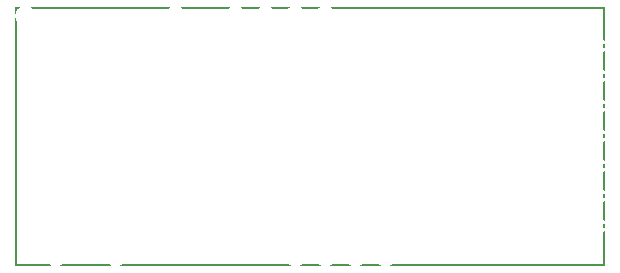
<source format=gbo>
G04 MADE WITH FRITZING*
G04 WWW.FRITZING.ORG*
G04 DOUBLE SIDED*
G04 HOLES PLATED*
G04 CONTOUR ON CENTER OF CONTOUR VECTOR*
%ASAXBY*%
%FSLAX23Y23*%
%MOIN*%
%OFA0B0*%
%SFA1.0B1.0*%
%ADD10R,0.001000X0.001000*%
%LNSILK0*%
G90*
G70*
G54D10*
X0Y866D02*
X21Y866D01*
X50Y866D02*
X521Y866D01*
X550Y866D02*
X721Y866D01*
X750Y866D02*
X821Y866D01*
X850Y866D02*
X921Y866D01*
X950Y866D02*
X1021Y866D01*
X1050Y866D02*
X1967Y866D01*
X0Y865D02*
X19Y865D01*
X52Y865D02*
X519Y865D01*
X552Y865D02*
X719Y865D01*
X752Y865D02*
X819Y865D01*
X852Y865D02*
X919Y865D01*
X952Y865D02*
X1019Y865D01*
X1052Y865D02*
X1967Y865D01*
X0Y864D02*
X17Y864D01*
X54Y864D02*
X517Y864D01*
X554Y864D02*
X717Y864D01*
X754Y864D02*
X817Y864D01*
X854Y864D02*
X917Y864D01*
X954Y864D02*
X1017Y864D01*
X1054Y864D02*
X1967Y864D01*
X0Y863D02*
X16Y863D01*
X55Y863D02*
X515Y863D01*
X555Y863D02*
X715Y863D01*
X755Y863D02*
X815Y863D01*
X855Y863D02*
X915Y863D01*
X955Y863D02*
X1015Y863D01*
X1055Y863D02*
X1967Y863D01*
X0Y862D02*
X14Y862D01*
X57Y862D02*
X514Y862D01*
X557Y862D02*
X714Y862D01*
X757Y862D02*
X814Y862D01*
X857Y862D02*
X914Y862D01*
X957Y862D02*
X1014Y862D01*
X1057Y862D02*
X1967Y862D01*
X0Y861D02*
X13Y861D01*
X58Y861D02*
X513Y861D01*
X558Y861D02*
X713Y861D01*
X758Y861D02*
X813Y861D01*
X858Y861D02*
X913Y861D01*
X958Y861D02*
X1013Y861D01*
X1058Y861D02*
X1967Y861D01*
X0Y860D02*
X12Y860D01*
X59Y860D02*
X512Y860D01*
X559Y860D02*
X712Y860D01*
X759Y860D02*
X812Y860D01*
X859Y860D02*
X911Y860D01*
X959Y860D02*
X1011Y860D01*
X1059Y860D02*
X1967Y860D01*
X0Y859D02*
X11Y859D01*
X60Y859D02*
X510Y859D01*
X560Y859D02*
X710Y859D01*
X760Y859D02*
X810Y859D01*
X860Y859D02*
X910Y859D01*
X960Y859D02*
X1010Y859D01*
X1060Y859D02*
X1967Y859D01*
X0Y858D02*
X7Y858D01*
X1960Y858D02*
X1967Y858D01*
X0Y857D02*
X7Y857D01*
X1960Y857D02*
X1967Y857D01*
X0Y856D02*
X7Y856D01*
X1960Y856D02*
X1967Y856D01*
X0Y855D02*
X7Y855D01*
X1960Y855D02*
X1967Y855D01*
X0Y854D02*
X7Y854D01*
X1960Y854D02*
X1967Y854D01*
X0Y853D02*
X6Y853D01*
X1960Y853D02*
X1967Y853D01*
X0Y852D02*
X5Y852D01*
X1960Y852D02*
X1967Y852D01*
X0Y851D02*
X5Y851D01*
X1960Y851D02*
X1967Y851D01*
X0Y850D02*
X4Y850D01*
X1960Y850D02*
X1967Y850D01*
X0Y849D02*
X4Y849D01*
X1960Y849D02*
X1967Y849D01*
X0Y848D02*
X3Y848D01*
X1960Y848D02*
X1967Y848D01*
X0Y847D02*
X3Y847D01*
X1960Y847D02*
X1967Y847D01*
X0Y846D02*
X3Y846D01*
X1960Y846D02*
X1967Y846D01*
X0Y845D02*
X2Y845D01*
X1960Y845D02*
X1967Y845D01*
X0Y844D02*
X2Y844D01*
X1960Y844D02*
X1967Y844D01*
X0Y843D02*
X2Y843D01*
X1960Y843D02*
X1967Y843D01*
X0Y842D02*
X1Y842D01*
X1960Y842D02*
X1967Y842D01*
X0Y841D02*
X1Y841D01*
X1960Y841D02*
X1967Y841D01*
X0Y840D02*
X1Y840D01*
X1960Y840D02*
X1967Y840D01*
X0Y839D02*
X1Y839D01*
X1960Y839D02*
X1967Y839D01*
X0Y838D02*
X1Y838D01*
X1960Y838D02*
X1967Y838D01*
X0Y837D02*
X1Y837D01*
X1960Y837D02*
X1967Y837D01*
X0Y836D02*
X1Y836D01*
X1960Y836D02*
X1967Y836D01*
X0Y835D02*
X1Y835D01*
X1960Y835D02*
X1967Y835D01*
X0Y834D02*
X1Y834D01*
X1960Y834D02*
X1967Y834D01*
X0Y833D02*
X1Y833D01*
X1960Y833D02*
X1967Y833D01*
X0Y832D02*
X1Y832D01*
X1960Y832D02*
X1967Y832D01*
X0Y831D02*
X1Y831D01*
X1960Y831D02*
X1967Y831D01*
X0Y830D02*
X1Y830D01*
X1960Y830D02*
X1967Y830D01*
X0Y829D02*
X1Y829D01*
X1960Y829D02*
X1967Y829D01*
X0Y828D02*
X1Y828D01*
X1960Y828D02*
X1967Y828D01*
X0Y827D02*
X2Y827D01*
X1960Y827D02*
X1967Y827D01*
X0Y826D02*
X2Y826D01*
X1960Y826D02*
X1967Y826D01*
X0Y825D02*
X2Y825D01*
X1960Y825D02*
X1967Y825D01*
X0Y824D02*
X2Y824D01*
X1960Y824D02*
X1967Y824D01*
X0Y823D02*
X3Y823D01*
X1960Y823D02*
X1967Y823D01*
X0Y822D02*
X3Y822D01*
X1960Y822D02*
X1967Y822D01*
X0Y821D02*
X4Y821D01*
X1960Y821D02*
X1967Y821D01*
X0Y820D02*
X4Y820D01*
X1960Y820D02*
X1967Y820D01*
X0Y819D02*
X4Y819D01*
X1960Y819D02*
X1967Y819D01*
X0Y818D02*
X5Y818D01*
X1960Y818D02*
X1967Y818D01*
X0Y817D02*
X6Y817D01*
X1960Y817D02*
X1967Y817D01*
X0Y816D02*
X6Y816D01*
X1960Y816D02*
X1967Y816D01*
X0Y815D02*
X7Y815D01*
X1960Y815D02*
X1967Y815D01*
X0Y814D02*
X7Y814D01*
X1960Y814D02*
X1967Y814D01*
X0Y813D02*
X7Y813D01*
X1960Y813D02*
X1967Y813D01*
X0Y812D02*
X7Y812D01*
X1960Y812D02*
X1967Y812D01*
X0Y811D02*
X7Y811D01*
X1960Y811D02*
X1967Y811D01*
X0Y810D02*
X7Y810D01*
X1960Y810D02*
X1967Y810D01*
X0Y809D02*
X7Y809D01*
X1960Y809D02*
X1967Y809D01*
X0Y808D02*
X7Y808D01*
X1960Y808D02*
X1967Y808D01*
X0Y807D02*
X7Y807D01*
X1960Y807D02*
X1967Y807D01*
X0Y806D02*
X7Y806D01*
X1960Y806D02*
X1967Y806D01*
X0Y805D02*
X7Y805D01*
X1960Y805D02*
X1967Y805D01*
X0Y804D02*
X7Y804D01*
X1960Y804D02*
X1967Y804D01*
X0Y803D02*
X7Y803D01*
X1960Y803D02*
X1967Y803D01*
X0Y802D02*
X7Y802D01*
X1960Y802D02*
X1967Y802D01*
X0Y801D02*
X7Y801D01*
X1960Y801D02*
X1967Y801D01*
X0Y800D02*
X7Y800D01*
X1960Y800D02*
X1967Y800D01*
X0Y799D02*
X7Y799D01*
X1960Y799D02*
X1967Y799D01*
X0Y798D02*
X7Y798D01*
X1960Y798D02*
X1967Y798D01*
X0Y797D02*
X7Y797D01*
X1960Y797D02*
X1967Y797D01*
X0Y796D02*
X7Y796D01*
X1960Y796D02*
X1967Y796D01*
X0Y795D02*
X7Y795D01*
X1960Y795D02*
X1967Y795D01*
X0Y794D02*
X7Y794D01*
X1960Y794D02*
X1967Y794D01*
X0Y793D02*
X7Y793D01*
X1960Y793D02*
X1967Y793D01*
X0Y792D02*
X7Y792D01*
X1960Y792D02*
X1967Y792D01*
X0Y791D02*
X7Y791D01*
X1960Y791D02*
X1967Y791D01*
X0Y790D02*
X7Y790D01*
X1960Y790D02*
X1967Y790D01*
X0Y789D02*
X7Y789D01*
X1960Y789D02*
X1967Y789D01*
X0Y788D02*
X7Y788D01*
X1960Y788D02*
X1967Y788D01*
X0Y787D02*
X7Y787D01*
X1960Y787D02*
X1967Y787D01*
X0Y786D02*
X7Y786D01*
X1960Y786D02*
X1967Y786D01*
X0Y785D02*
X7Y785D01*
X1960Y785D02*
X1967Y785D01*
X0Y784D02*
X7Y784D01*
X1960Y784D02*
X1967Y784D01*
X0Y783D02*
X7Y783D01*
X1960Y783D02*
X1967Y783D01*
X0Y782D02*
X7Y782D01*
X1960Y782D02*
X1967Y782D01*
X0Y781D02*
X7Y781D01*
X1960Y781D02*
X1967Y781D01*
X0Y780D02*
X7Y780D01*
X1960Y780D02*
X1967Y780D01*
X0Y779D02*
X7Y779D01*
X1960Y779D02*
X1967Y779D01*
X0Y778D02*
X7Y778D01*
X1960Y778D02*
X1967Y778D01*
X0Y777D02*
X7Y777D01*
X1960Y777D02*
X1967Y777D01*
X0Y776D02*
X7Y776D01*
X1960Y776D02*
X1967Y776D01*
X0Y775D02*
X7Y775D01*
X1960Y775D02*
X1967Y775D01*
X0Y774D02*
X7Y774D01*
X1960Y774D02*
X1967Y774D01*
X0Y773D02*
X7Y773D01*
X1960Y773D02*
X1967Y773D01*
X0Y772D02*
X7Y772D01*
X1960Y772D02*
X1967Y772D01*
X0Y771D02*
X7Y771D01*
X1960Y771D02*
X1967Y771D01*
X0Y770D02*
X7Y770D01*
X1960Y770D02*
X1967Y770D01*
X0Y769D02*
X7Y769D01*
X1960Y769D02*
X1967Y769D01*
X0Y768D02*
X7Y768D01*
X1960Y768D02*
X1967Y768D01*
X0Y767D02*
X7Y767D01*
X1960Y767D02*
X1967Y767D01*
X0Y766D02*
X7Y766D01*
X1960Y766D02*
X1967Y766D01*
X0Y765D02*
X7Y765D01*
X1960Y765D02*
X1967Y765D01*
X0Y764D02*
X7Y764D01*
X1960Y764D02*
X1967Y764D01*
X0Y763D02*
X7Y763D01*
X1960Y763D02*
X1967Y763D01*
X0Y762D02*
X7Y762D01*
X1960Y762D02*
X1967Y762D01*
X0Y761D02*
X7Y761D01*
X1960Y761D02*
X1967Y761D01*
X0Y760D02*
X7Y760D01*
X1960Y760D02*
X1967Y760D01*
X0Y759D02*
X7Y759D01*
X1960Y759D02*
X1967Y759D01*
X0Y758D02*
X7Y758D01*
X1961Y758D02*
X1967Y758D01*
X0Y757D02*
X7Y757D01*
X1962Y757D02*
X1967Y757D01*
X0Y756D02*
X7Y756D01*
X1963Y756D02*
X1967Y756D01*
X0Y755D02*
X7Y755D01*
X1963Y755D02*
X1967Y755D01*
X0Y754D02*
X7Y754D01*
X1964Y754D02*
X1967Y754D01*
X0Y753D02*
X7Y753D01*
X1965Y753D02*
X1967Y753D01*
X0Y752D02*
X7Y752D01*
X1965Y752D02*
X1967Y752D01*
X0Y751D02*
X7Y751D01*
X1966Y751D02*
X1967Y751D01*
X0Y750D02*
X7Y750D01*
X1966Y750D02*
X1967Y750D01*
X0Y749D02*
X7Y749D01*
X1967Y749D02*
X1967Y749D01*
X0Y748D02*
X7Y748D01*
X1967Y748D02*
X1967Y748D01*
X0Y747D02*
X7Y747D01*
X0Y746D02*
X7Y746D01*
X0Y745D02*
X7Y745D01*
X0Y744D02*
X7Y744D01*
X0Y743D02*
X7Y743D01*
X0Y742D02*
X7Y742D01*
X0Y741D02*
X7Y741D01*
X0Y740D02*
X7Y740D01*
X1960Y740D02*
X1967Y740D01*
X0Y739D02*
X7Y739D01*
X1960Y739D02*
X1967Y739D01*
X0Y738D02*
X7Y738D01*
X1960Y738D02*
X1967Y738D01*
X0Y737D02*
X7Y737D01*
X1960Y737D02*
X1967Y737D01*
X0Y736D02*
X7Y736D01*
X1960Y736D02*
X1967Y736D01*
X0Y735D02*
X7Y735D01*
X1960Y735D02*
X1967Y735D01*
X0Y734D02*
X7Y734D01*
X1960Y734D02*
X1967Y734D01*
X0Y733D02*
X7Y733D01*
X1960Y733D02*
X1967Y733D01*
X0Y732D02*
X7Y732D01*
X1960Y732D02*
X1967Y732D01*
X0Y731D02*
X7Y731D01*
X1960Y731D02*
X1967Y731D01*
X0Y730D02*
X7Y730D01*
X1960Y730D02*
X1967Y730D01*
X0Y729D02*
X7Y729D01*
X0Y728D02*
X7Y728D01*
X0Y727D02*
X7Y727D01*
X0Y726D02*
X7Y726D01*
X0Y725D02*
X7Y725D01*
X0Y724D02*
X7Y724D01*
X0Y723D02*
X7Y723D01*
X1967Y723D02*
X1967Y723D01*
X0Y722D02*
X7Y722D01*
X1967Y722D02*
X1967Y722D01*
X0Y721D02*
X7Y721D01*
X1967Y721D02*
X1967Y721D01*
X0Y720D02*
X7Y720D01*
X1966Y720D02*
X1967Y720D01*
X0Y719D02*
X7Y719D01*
X1966Y719D02*
X1967Y719D01*
X0Y718D02*
X7Y718D01*
X1965Y718D02*
X1967Y718D01*
X0Y717D02*
X7Y717D01*
X1964Y717D02*
X1967Y717D01*
X0Y716D02*
X7Y716D01*
X1964Y716D02*
X1967Y716D01*
X0Y715D02*
X7Y715D01*
X1963Y715D02*
X1967Y715D01*
X0Y714D02*
X7Y714D01*
X1962Y714D02*
X1967Y714D01*
X0Y713D02*
X7Y713D01*
X1962Y713D02*
X1967Y713D01*
X0Y712D02*
X7Y712D01*
X1961Y712D02*
X1967Y712D01*
X0Y711D02*
X7Y711D01*
X1960Y711D02*
X1967Y711D01*
X0Y710D02*
X7Y710D01*
X1960Y710D02*
X1967Y710D01*
X0Y709D02*
X7Y709D01*
X1960Y709D02*
X1967Y709D01*
X0Y708D02*
X7Y708D01*
X1960Y708D02*
X1967Y708D01*
X0Y707D02*
X7Y707D01*
X1960Y707D02*
X1967Y707D01*
X0Y706D02*
X7Y706D01*
X1960Y706D02*
X1967Y706D01*
X0Y705D02*
X7Y705D01*
X1960Y705D02*
X1967Y705D01*
X0Y704D02*
X7Y704D01*
X1960Y704D02*
X1967Y704D01*
X0Y703D02*
X7Y703D01*
X1960Y703D02*
X1967Y703D01*
X0Y702D02*
X7Y702D01*
X1960Y702D02*
X1967Y702D01*
X0Y701D02*
X7Y701D01*
X1960Y701D02*
X1967Y701D01*
X0Y700D02*
X7Y700D01*
X1960Y700D02*
X1967Y700D01*
X0Y699D02*
X7Y699D01*
X1960Y699D02*
X1967Y699D01*
X0Y698D02*
X7Y698D01*
X1960Y698D02*
X1967Y698D01*
X0Y697D02*
X7Y697D01*
X1960Y697D02*
X1967Y697D01*
X0Y696D02*
X7Y696D01*
X1960Y696D02*
X1967Y696D01*
X0Y695D02*
X7Y695D01*
X1960Y695D02*
X1967Y695D01*
X0Y694D02*
X7Y694D01*
X1960Y694D02*
X1967Y694D01*
X0Y693D02*
X7Y693D01*
X1960Y693D02*
X1967Y693D01*
X0Y692D02*
X7Y692D01*
X1960Y692D02*
X1967Y692D01*
X0Y691D02*
X7Y691D01*
X1960Y691D02*
X1967Y691D01*
X0Y690D02*
X7Y690D01*
X1960Y690D02*
X1967Y690D01*
X0Y689D02*
X7Y689D01*
X1960Y689D02*
X1967Y689D01*
X0Y688D02*
X7Y688D01*
X1960Y688D02*
X1967Y688D01*
X0Y687D02*
X7Y687D01*
X1960Y687D02*
X1967Y687D01*
X0Y686D02*
X7Y686D01*
X1960Y686D02*
X1967Y686D01*
X0Y685D02*
X7Y685D01*
X1960Y685D02*
X1967Y685D01*
X0Y684D02*
X7Y684D01*
X1960Y684D02*
X1967Y684D01*
X0Y683D02*
X7Y683D01*
X1960Y683D02*
X1967Y683D01*
X0Y682D02*
X7Y682D01*
X1960Y682D02*
X1967Y682D01*
X0Y681D02*
X7Y681D01*
X1960Y681D02*
X1967Y681D01*
X0Y680D02*
X7Y680D01*
X1960Y680D02*
X1967Y680D01*
X0Y679D02*
X7Y679D01*
X1960Y679D02*
X1967Y679D01*
X0Y678D02*
X7Y678D01*
X1960Y678D02*
X1967Y678D01*
X0Y677D02*
X7Y677D01*
X1960Y677D02*
X1967Y677D01*
X0Y676D02*
X7Y676D01*
X1960Y676D02*
X1967Y676D01*
X0Y675D02*
X7Y675D01*
X1960Y675D02*
X1967Y675D01*
X0Y674D02*
X7Y674D01*
X1960Y674D02*
X1967Y674D01*
X0Y673D02*
X7Y673D01*
X1960Y673D02*
X1967Y673D01*
X0Y672D02*
X7Y672D01*
X1960Y672D02*
X1967Y672D01*
X0Y671D02*
X7Y671D01*
X1960Y671D02*
X1967Y671D01*
X0Y670D02*
X7Y670D01*
X1960Y670D02*
X1967Y670D01*
X0Y669D02*
X7Y669D01*
X1960Y669D02*
X1967Y669D01*
X0Y668D02*
X7Y668D01*
X1960Y668D02*
X1967Y668D01*
X0Y667D02*
X7Y667D01*
X1960Y667D02*
X1967Y667D01*
X0Y666D02*
X7Y666D01*
X1960Y666D02*
X1967Y666D01*
X0Y665D02*
X7Y665D01*
X1960Y665D02*
X1967Y665D01*
X0Y664D02*
X7Y664D01*
X1960Y664D02*
X1967Y664D01*
X0Y663D02*
X7Y663D01*
X1960Y663D02*
X1967Y663D01*
X0Y662D02*
X7Y662D01*
X1960Y662D02*
X1967Y662D01*
X0Y661D02*
X7Y661D01*
X1960Y661D02*
X1967Y661D01*
X0Y660D02*
X7Y660D01*
X1960Y660D02*
X1967Y660D01*
X0Y659D02*
X7Y659D01*
X1960Y659D02*
X1967Y659D01*
X0Y658D02*
X7Y658D01*
X1961Y658D02*
X1967Y658D01*
X0Y657D02*
X7Y657D01*
X1962Y657D02*
X1967Y657D01*
X0Y656D02*
X7Y656D01*
X1963Y656D02*
X1967Y656D01*
X0Y655D02*
X7Y655D01*
X1963Y655D02*
X1967Y655D01*
X0Y654D02*
X7Y654D01*
X1964Y654D02*
X1967Y654D01*
X0Y653D02*
X7Y653D01*
X1965Y653D02*
X1967Y653D01*
X0Y652D02*
X7Y652D01*
X1965Y652D02*
X1967Y652D01*
X0Y651D02*
X7Y651D01*
X1966Y651D02*
X1967Y651D01*
X0Y650D02*
X7Y650D01*
X1966Y650D02*
X1967Y650D01*
X0Y649D02*
X7Y649D01*
X1967Y649D02*
X1967Y649D01*
X0Y648D02*
X7Y648D01*
X1967Y648D02*
X1967Y648D01*
X0Y647D02*
X7Y647D01*
X0Y646D02*
X7Y646D01*
X0Y645D02*
X7Y645D01*
X0Y644D02*
X7Y644D01*
X0Y643D02*
X7Y643D01*
X0Y642D02*
X7Y642D01*
X0Y641D02*
X7Y641D01*
X0Y640D02*
X7Y640D01*
X1960Y640D02*
X1967Y640D01*
X0Y639D02*
X7Y639D01*
X1960Y639D02*
X1967Y639D01*
X0Y638D02*
X7Y638D01*
X1960Y638D02*
X1967Y638D01*
X0Y637D02*
X7Y637D01*
X1960Y637D02*
X1967Y637D01*
X0Y636D02*
X7Y636D01*
X1960Y636D02*
X1967Y636D01*
X0Y635D02*
X7Y635D01*
X1960Y635D02*
X1967Y635D01*
X0Y634D02*
X7Y634D01*
X1960Y634D02*
X1967Y634D01*
X0Y633D02*
X7Y633D01*
X1960Y633D02*
X1967Y633D01*
X0Y632D02*
X7Y632D01*
X1960Y632D02*
X1967Y632D01*
X0Y631D02*
X7Y631D01*
X1960Y631D02*
X1967Y631D01*
X0Y630D02*
X7Y630D01*
X1960Y630D02*
X1967Y630D01*
X0Y629D02*
X7Y629D01*
X0Y628D02*
X7Y628D01*
X0Y627D02*
X7Y627D01*
X0Y626D02*
X7Y626D01*
X0Y625D02*
X7Y625D01*
X0Y624D02*
X7Y624D01*
X0Y623D02*
X7Y623D01*
X1967Y623D02*
X1967Y623D01*
X0Y622D02*
X7Y622D01*
X1967Y622D02*
X1967Y622D01*
X0Y621D02*
X7Y621D01*
X1967Y621D02*
X1967Y621D01*
X0Y620D02*
X7Y620D01*
X1966Y620D02*
X1967Y620D01*
X0Y619D02*
X7Y619D01*
X1966Y619D02*
X1967Y619D01*
X0Y618D02*
X7Y618D01*
X1965Y618D02*
X1967Y618D01*
X0Y617D02*
X7Y617D01*
X1964Y617D02*
X1967Y617D01*
X0Y616D02*
X7Y616D01*
X1964Y616D02*
X1967Y616D01*
X0Y615D02*
X7Y615D01*
X1963Y615D02*
X1967Y615D01*
X0Y614D02*
X7Y614D01*
X1962Y614D02*
X1967Y614D01*
X0Y613D02*
X7Y613D01*
X1962Y613D02*
X1967Y613D01*
X0Y612D02*
X7Y612D01*
X1961Y612D02*
X1967Y612D01*
X0Y611D02*
X7Y611D01*
X1960Y611D02*
X1967Y611D01*
X0Y610D02*
X7Y610D01*
X1960Y610D02*
X1967Y610D01*
X0Y609D02*
X7Y609D01*
X1960Y609D02*
X1967Y609D01*
X0Y608D02*
X7Y608D01*
X1960Y608D02*
X1967Y608D01*
X0Y607D02*
X7Y607D01*
X1960Y607D02*
X1967Y607D01*
X0Y606D02*
X7Y606D01*
X1960Y606D02*
X1967Y606D01*
X0Y605D02*
X7Y605D01*
X1960Y605D02*
X1967Y605D01*
X0Y604D02*
X7Y604D01*
X1960Y604D02*
X1967Y604D01*
X0Y603D02*
X7Y603D01*
X1960Y603D02*
X1967Y603D01*
X0Y602D02*
X7Y602D01*
X1960Y602D02*
X1967Y602D01*
X0Y601D02*
X7Y601D01*
X1960Y601D02*
X1967Y601D01*
X0Y600D02*
X7Y600D01*
X1960Y600D02*
X1967Y600D01*
X0Y599D02*
X7Y599D01*
X1960Y599D02*
X1967Y599D01*
X0Y598D02*
X7Y598D01*
X1960Y598D02*
X1967Y598D01*
X0Y597D02*
X7Y597D01*
X1960Y597D02*
X1967Y597D01*
X0Y596D02*
X7Y596D01*
X1960Y596D02*
X1967Y596D01*
X0Y595D02*
X7Y595D01*
X1960Y595D02*
X1967Y595D01*
X0Y594D02*
X7Y594D01*
X1960Y594D02*
X1967Y594D01*
X0Y593D02*
X7Y593D01*
X1960Y593D02*
X1967Y593D01*
X0Y592D02*
X7Y592D01*
X1960Y592D02*
X1967Y592D01*
X0Y591D02*
X7Y591D01*
X1960Y591D02*
X1967Y591D01*
X0Y590D02*
X7Y590D01*
X1960Y590D02*
X1967Y590D01*
X0Y589D02*
X7Y589D01*
X1960Y589D02*
X1967Y589D01*
X0Y588D02*
X7Y588D01*
X1960Y588D02*
X1967Y588D01*
X0Y587D02*
X7Y587D01*
X1960Y587D02*
X1967Y587D01*
X0Y586D02*
X7Y586D01*
X1960Y586D02*
X1967Y586D01*
X0Y585D02*
X7Y585D01*
X1960Y585D02*
X1967Y585D01*
X0Y584D02*
X7Y584D01*
X1960Y584D02*
X1967Y584D01*
X0Y583D02*
X7Y583D01*
X1960Y583D02*
X1967Y583D01*
X0Y582D02*
X7Y582D01*
X1960Y582D02*
X1967Y582D01*
X0Y581D02*
X7Y581D01*
X1960Y581D02*
X1967Y581D01*
X0Y580D02*
X7Y580D01*
X1960Y580D02*
X1967Y580D01*
X0Y579D02*
X7Y579D01*
X1960Y579D02*
X1967Y579D01*
X0Y578D02*
X7Y578D01*
X1960Y578D02*
X1967Y578D01*
X0Y577D02*
X7Y577D01*
X1960Y577D02*
X1967Y577D01*
X0Y576D02*
X7Y576D01*
X1960Y576D02*
X1967Y576D01*
X0Y575D02*
X7Y575D01*
X1960Y575D02*
X1967Y575D01*
X0Y574D02*
X7Y574D01*
X1960Y574D02*
X1967Y574D01*
X0Y573D02*
X7Y573D01*
X1960Y573D02*
X1967Y573D01*
X0Y572D02*
X7Y572D01*
X1960Y572D02*
X1967Y572D01*
X0Y571D02*
X7Y571D01*
X1960Y571D02*
X1967Y571D01*
X0Y570D02*
X7Y570D01*
X1960Y570D02*
X1967Y570D01*
X0Y569D02*
X7Y569D01*
X1960Y569D02*
X1967Y569D01*
X0Y568D02*
X7Y568D01*
X1960Y568D02*
X1967Y568D01*
X0Y567D02*
X7Y567D01*
X1960Y567D02*
X1967Y567D01*
X0Y566D02*
X7Y566D01*
X1960Y566D02*
X1967Y566D01*
X0Y565D02*
X7Y565D01*
X1960Y565D02*
X1967Y565D01*
X0Y564D02*
X7Y564D01*
X1960Y564D02*
X1967Y564D01*
X0Y563D02*
X7Y563D01*
X1960Y563D02*
X1967Y563D01*
X0Y562D02*
X7Y562D01*
X1960Y562D02*
X1967Y562D01*
X0Y561D02*
X7Y561D01*
X1960Y561D02*
X1967Y561D01*
X0Y560D02*
X7Y560D01*
X1960Y560D02*
X1967Y560D01*
X0Y559D02*
X7Y559D01*
X1960Y559D02*
X1967Y559D01*
X0Y558D02*
X7Y558D01*
X1961Y558D02*
X1967Y558D01*
X0Y557D02*
X7Y557D01*
X1962Y557D02*
X1967Y557D01*
X0Y556D02*
X7Y556D01*
X1963Y556D02*
X1967Y556D01*
X0Y555D02*
X7Y555D01*
X1963Y555D02*
X1967Y555D01*
X0Y554D02*
X7Y554D01*
X1964Y554D02*
X1967Y554D01*
X0Y553D02*
X7Y553D01*
X1965Y553D02*
X1967Y553D01*
X0Y552D02*
X7Y552D01*
X1965Y552D02*
X1967Y552D01*
X0Y551D02*
X7Y551D01*
X1966Y551D02*
X1967Y551D01*
X0Y550D02*
X7Y550D01*
X1966Y550D02*
X1967Y550D01*
X0Y549D02*
X7Y549D01*
X1967Y549D02*
X1967Y549D01*
X0Y548D02*
X7Y548D01*
X1967Y548D02*
X1967Y548D01*
X0Y547D02*
X7Y547D01*
X0Y546D02*
X7Y546D01*
X0Y545D02*
X7Y545D01*
X0Y544D02*
X7Y544D01*
X0Y543D02*
X7Y543D01*
X0Y542D02*
X7Y542D01*
X0Y541D02*
X7Y541D01*
X0Y540D02*
X7Y540D01*
X1960Y540D02*
X1967Y540D01*
X0Y539D02*
X7Y539D01*
X1960Y539D02*
X1967Y539D01*
X0Y538D02*
X7Y538D01*
X1960Y538D02*
X1967Y538D01*
X0Y537D02*
X7Y537D01*
X1960Y537D02*
X1967Y537D01*
X0Y536D02*
X7Y536D01*
X1960Y536D02*
X1967Y536D01*
X0Y535D02*
X7Y535D01*
X1960Y535D02*
X1967Y535D01*
X0Y534D02*
X7Y534D01*
X1960Y534D02*
X1967Y534D01*
X0Y533D02*
X7Y533D01*
X1960Y533D02*
X1967Y533D01*
X0Y532D02*
X7Y532D01*
X1960Y532D02*
X1967Y532D01*
X0Y531D02*
X7Y531D01*
X1960Y531D02*
X1967Y531D01*
X0Y530D02*
X7Y530D01*
X1960Y530D02*
X1967Y530D01*
X0Y529D02*
X7Y529D01*
X0Y528D02*
X7Y528D01*
X0Y527D02*
X7Y527D01*
X0Y526D02*
X7Y526D01*
X0Y525D02*
X7Y525D01*
X0Y524D02*
X7Y524D01*
X0Y523D02*
X7Y523D01*
X1967Y523D02*
X1967Y523D01*
X0Y522D02*
X7Y522D01*
X1967Y522D02*
X1967Y522D01*
X0Y521D02*
X7Y521D01*
X1967Y521D02*
X1967Y521D01*
X0Y520D02*
X7Y520D01*
X1966Y520D02*
X1967Y520D01*
X0Y519D02*
X7Y519D01*
X1966Y519D02*
X1967Y519D01*
X0Y518D02*
X7Y518D01*
X1965Y518D02*
X1967Y518D01*
X0Y517D02*
X7Y517D01*
X1964Y517D02*
X1967Y517D01*
X0Y516D02*
X7Y516D01*
X1964Y516D02*
X1967Y516D01*
X0Y515D02*
X7Y515D01*
X1963Y515D02*
X1967Y515D01*
X0Y514D02*
X7Y514D01*
X1962Y514D02*
X1967Y514D01*
X0Y513D02*
X7Y513D01*
X1962Y513D02*
X1967Y513D01*
X0Y512D02*
X7Y512D01*
X1961Y512D02*
X1967Y512D01*
X0Y511D02*
X7Y511D01*
X1960Y511D02*
X1967Y511D01*
X0Y510D02*
X7Y510D01*
X1960Y510D02*
X1967Y510D01*
X0Y509D02*
X7Y509D01*
X1960Y509D02*
X1967Y509D01*
X0Y508D02*
X7Y508D01*
X1960Y508D02*
X1967Y508D01*
X0Y507D02*
X7Y507D01*
X1960Y507D02*
X1967Y507D01*
X0Y506D02*
X7Y506D01*
X1960Y506D02*
X1967Y506D01*
X0Y505D02*
X7Y505D01*
X1960Y505D02*
X1967Y505D01*
X0Y504D02*
X7Y504D01*
X1960Y504D02*
X1967Y504D01*
X0Y503D02*
X7Y503D01*
X1960Y503D02*
X1967Y503D01*
X0Y502D02*
X7Y502D01*
X1960Y502D02*
X1967Y502D01*
X0Y501D02*
X7Y501D01*
X1960Y501D02*
X1967Y501D01*
X0Y500D02*
X7Y500D01*
X1960Y500D02*
X1967Y500D01*
X0Y499D02*
X7Y499D01*
X1960Y499D02*
X1967Y499D01*
X0Y498D02*
X7Y498D01*
X1960Y498D02*
X1967Y498D01*
X0Y497D02*
X7Y497D01*
X1960Y497D02*
X1967Y497D01*
X0Y496D02*
X7Y496D01*
X1960Y496D02*
X1967Y496D01*
X0Y495D02*
X7Y495D01*
X1960Y495D02*
X1967Y495D01*
X0Y494D02*
X7Y494D01*
X1960Y494D02*
X1967Y494D01*
X0Y493D02*
X7Y493D01*
X1960Y493D02*
X1967Y493D01*
X0Y492D02*
X7Y492D01*
X1960Y492D02*
X1967Y492D01*
X0Y491D02*
X7Y491D01*
X1960Y491D02*
X1967Y491D01*
X0Y490D02*
X7Y490D01*
X1960Y490D02*
X1967Y490D01*
X0Y489D02*
X7Y489D01*
X1960Y489D02*
X1967Y489D01*
X0Y488D02*
X7Y488D01*
X1960Y488D02*
X1967Y488D01*
X0Y487D02*
X7Y487D01*
X1960Y487D02*
X1967Y487D01*
X0Y486D02*
X7Y486D01*
X1960Y486D02*
X1967Y486D01*
X0Y485D02*
X7Y485D01*
X1960Y485D02*
X1967Y485D01*
X0Y484D02*
X7Y484D01*
X1960Y484D02*
X1967Y484D01*
X0Y483D02*
X7Y483D01*
X1960Y483D02*
X1967Y483D01*
X0Y482D02*
X7Y482D01*
X1960Y482D02*
X1967Y482D01*
X0Y481D02*
X7Y481D01*
X1960Y481D02*
X1967Y481D01*
X0Y480D02*
X7Y480D01*
X1960Y480D02*
X1967Y480D01*
X0Y479D02*
X7Y479D01*
X1960Y479D02*
X1967Y479D01*
X0Y478D02*
X7Y478D01*
X1960Y478D02*
X1967Y478D01*
X0Y477D02*
X7Y477D01*
X1960Y477D02*
X1967Y477D01*
X0Y476D02*
X7Y476D01*
X1960Y476D02*
X1967Y476D01*
X0Y475D02*
X7Y475D01*
X1960Y475D02*
X1967Y475D01*
X0Y474D02*
X7Y474D01*
X1960Y474D02*
X1967Y474D01*
X0Y473D02*
X7Y473D01*
X1960Y473D02*
X1967Y473D01*
X0Y472D02*
X7Y472D01*
X1960Y472D02*
X1967Y472D01*
X0Y471D02*
X7Y471D01*
X1960Y471D02*
X1967Y471D01*
X0Y470D02*
X7Y470D01*
X1960Y470D02*
X1967Y470D01*
X0Y469D02*
X7Y469D01*
X1960Y469D02*
X1967Y469D01*
X0Y468D02*
X7Y468D01*
X1960Y468D02*
X1967Y468D01*
X0Y467D02*
X7Y467D01*
X1960Y467D02*
X1967Y467D01*
X0Y466D02*
X7Y466D01*
X1960Y466D02*
X1967Y466D01*
X0Y465D02*
X7Y465D01*
X1960Y465D02*
X1967Y465D01*
X0Y464D02*
X7Y464D01*
X1960Y464D02*
X1967Y464D01*
X0Y463D02*
X7Y463D01*
X1960Y463D02*
X1967Y463D01*
X0Y462D02*
X7Y462D01*
X1960Y462D02*
X1967Y462D01*
X0Y461D02*
X7Y461D01*
X1960Y461D02*
X1967Y461D01*
X0Y460D02*
X7Y460D01*
X1960Y460D02*
X1967Y460D01*
X0Y459D02*
X7Y459D01*
X1960Y459D02*
X1967Y459D01*
X0Y458D02*
X7Y458D01*
X1961Y458D02*
X1967Y458D01*
X0Y457D02*
X7Y457D01*
X1962Y457D02*
X1967Y457D01*
X0Y456D02*
X7Y456D01*
X1963Y456D02*
X1967Y456D01*
X0Y455D02*
X7Y455D01*
X1963Y455D02*
X1967Y455D01*
X0Y454D02*
X7Y454D01*
X1964Y454D02*
X1967Y454D01*
X0Y453D02*
X7Y453D01*
X1965Y453D02*
X1967Y453D01*
X0Y452D02*
X7Y452D01*
X1965Y452D02*
X1967Y452D01*
X0Y451D02*
X7Y451D01*
X1966Y451D02*
X1967Y451D01*
X0Y450D02*
X7Y450D01*
X1966Y450D02*
X1967Y450D01*
X0Y449D02*
X7Y449D01*
X1967Y449D02*
X1967Y449D01*
X0Y448D02*
X7Y448D01*
X1967Y448D02*
X1967Y448D01*
X0Y447D02*
X7Y447D01*
X0Y446D02*
X7Y446D01*
X0Y445D02*
X7Y445D01*
X0Y444D02*
X7Y444D01*
X0Y443D02*
X7Y443D01*
X0Y442D02*
X7Y442D01*
X0Y441D02*
X7Y441D01*
X0Y440D02*
X7Y440D01*
X1960Y440D02*
X1967Y440D01*
X0Y439D02*
X7Y439D01*
X1960Y439D02*
X1967Y439D01*
X0Y438D02*
X7Y438D01*
X1960Y438D02*
X1967Y438D01*
X0Y437D02*
X7Y437D01*
X1960Y437D02*
X1967Y437D01*
X0Y436D02*
X7Y436D01*
X1960Y436D02*
X1967Y436D01*
X0Y435D02*
X7Y435D01*
X1960Y435D02*
X1967Y435D01*
X0Y434D02*
X7Y434D01*
X1960Y434D02*
X1967Y434D01*
X0Y433D02*
X7Y433D01*
X1960Y433D02*
X1967Y433D01*
X0Y432D02*
X7Y432D01*
X1960Y432D02*
X1967Y432D01*
X0Y431D02*
X7Y431D01*
X1960Y431D02*
X1967Y431D01*
X0Y430D02*
X7Y430D01*
X1960Y430D02*
X1967Y430D01*
X0Y429D02*
X7Y429D01*
X0Y428D02*
X7Y428D01*
X0Y427D02*
X7Y427D01*
X0Y426D02*
X7Y426D01*
X0Y425D02*
X7Y425D01*
X0Y424D02*
X7Y424D01*
X0Y423D02*
X7Y423D01*
X1967Y423D02*
X1967Y423D01*
X0Y422D02*
X7Y422D01*
X1967Y422D02*
X1967Y422D01*
X0Y421D02*
X7Y421D01*
X1967Y421D02*
X1967Y421D01*
X0Y420D02*
X7Y420D01*
X1966Y420D02*
X1967Y420D01*
X0Y419D02*
X7Y419D01*
X1966Y419D02*
X1967Y419D01*
X0Y418D02*
X7Y418D01*
X1965Y418D02*
X1967Y418D01*
X0Y417D02*
X7Y417D01*
X1964Y417D02*
X1967Y417D01*
X0Y416D02*
X7Y416D01*
X1964Y416D02*
X1967Y416D01*
X0Y415D02*
X7Y415D01*
X1963Y415D02*
X1967Y415D01*
X0Y414D02*
X7Y414D01*
X1962Y414D02*
X1967Y414D01*
X0Y413D02*
X7Y413D01*
X1962Y413D02*
X1967Y413D01*
X0Y412D02*
X7Y412D01*
X1961Y412D02*
X1967Y412D01*
X0Y411D02*
X7Y411D01*
X1960Y411D02*
X1967Y411D01*
X0Y410D02*
X7Y410D01*
X1960Y410D02*
X1967Y410D01*
X0Y409D02*
X7Y409D01*
X1960Y409D02*
X1967Y409D01*
X0Y408D02*
X7Y408D01*
X1960Y408D02*
X1967Y408D01*
X0Y407D02*
X7Y407D01*
X1960Y407D02*
X1967Y407D01*
X0Y406D02*
X7Y406D01*
X1960Y406D02*
X1967Y406D01*
X0Y405D02*
X7Y405D01*
X1960Y405D02*
X1967Y405D01*
X0Y404D02*
X7Y404D01*
X1960Y404D02*
X1967Y404D01*
X0Y403D02*
X7Y403D01*
X1960Y403D02*
X1967Y403D01*
X0Y402D02*
X7Y402D01*
X1960Y402D02*
X1967Y402D01*
X0Y401D02*
X7Y401D01*
X1960Y401D02*
X1967Y401D01*
X0Y400D02*
X7Y400D01*
X1960Y400D02*
X1967Y400D01*
X0Y399D02*
X7Y399D01*
X1960Y399D02*
X1967Y399D01*
X0Y398D02*
X7Y398D01*
X1960Y398D02*
X1967Y398D01*
X0Y397D02*
X7Y397D01*
X1960Y397D02*
X1967Y397D01*
X0Y396D02*
X7Y396D01*
X1960Y396D02*
X1967Y396D01*
X0Y395D02*
X7Y395D01*
X1960Y395D02*
X1967Y395D01*
X0Y394D02*
X7Y394D01*
X1960Y394D02*
X1967Y394D01*
X0Y393D02*
X7Y393D01*
X1960Y393D02*
X1967Y393D01*
X0Y392D02*
X7Y392D01*
X1960Y392D02*
X1967Y392D01*
X0Y391D02*
X7Y391D01*
X1960Y391D02*
X1967Y391D01*
X0Y390D02*
X7Y390D01*
X1960Y390D02*
X1967Y390D01*
X0Y389D02*
X7Y389D01*
X1960Y389D02*
X1967Y389D01*
X0Y388D02*
X7Y388D01*
X1960Y388D02*
X1967Y388D01*
X0Y387D02*
X7Y387D01*
X1960Y387D02*
X1967Y387D01*
X0Y386D02*
X7Y386D01*
X1960Y386D02*
X1967Y386D01*
X0Y385D02*
X7Y385D01*
X1960Y385D02*
X1967Y385D01*
X0Y384D02*
X7Y384D01*
X1960Y384D02*
X1967Y384D01*
X0Y383D02*
X7Y383D01*
X1960Y383D02*
X1967Y383D01*
X0Y382D02*
X7Y382D01*
X1960Y382D02*
X1967Y382D01*
X0Y381D02*
X7Y381D01*
X1960Y381D02*
X1967Y381D01*
X0Y380D02*
X7Y380D01*
X1960Y380D02*
X1967Y380D01*
X0Y379D02*
X7Y379D01*
X1960Y379D02*
X1967Y379D01*
X0Y378D02*
X7Y378D01*
X1960Y378D02*
X1967Y378D01*
X0Y377D02*
X7Y377D01*
X1960Y377D02*
X1967Y377D01*
X0Y376D02*
X7Y376D01*
X1960Y376D02*
X1967Y376D01*
X0Y375D02*
X7Y375D01*
X1960Y375D02*
X1967Y375D01*
X0Y374D02*
X7Y374D01*
X1960Y374D02*
X1967Y374D01*
X0Y373D02*
X7Y373D01*
X1960Y373D02*
X1967Y373D01*
X0Y372D02*
X7Y372D01*
X1960Y372D02*
X1967Y372D01*
X0Y371D02*
X7Y371D01*
X1960Y371D02*
X1967Y371D01*
X0Y370D02*
X7Y370D01*
X1960Y370D02*
X1967Y370D01*
X0Y369D02*
X7Y369D01*
X1960Y369D02*
X1967Y369D01*
X0Y368D02*
X7Y368D01*
X1960Y368D02*
X1967Y368D01*
X0Y367D02*
X7Y367D01*
X1960Y367D02*
X1967Y367D01*
X0Y366D02*
X7Y366D01*
X1960Y366D02*
X1967Y366D01*
X0Y365D02*
X7Y365D01*
X1960Y365D02*
X1967Y365D01*
X0Y364D02*
X7Y364D01*
X1960Y364D02*
X1967Y364D01*
X0Y363D02*
X7Y363D01*
X1960Y363D02*
X1967Y363D01*
X0Y362D02*
X7Y362D01*
X1960Y362D02*
X1967Y362D01*
X0Y361D02*
X7Y361D01*
X1960Y361D02*
X1967Y361D01*
X0Y360D02*
X7Y360D01*
X1960Y360D02*
X1967Y360D01*
X0Y359D02*
X7Y359D01*
X1960Y359D02*
X1967Y359D01*
X0Y358D02*
X7Y358D01*
X1961Y358D02*
X1967Y358D01*
X0Y357D02*
X7Y357D01*
X1962Y357D02*
X1967Y357D01*
X0Y356D02*
X7Y356D01*
X1963Y356D02*
X1967Y356D01*
X0Y355D02*
X7Y355D01*
X1963Y355D02*
X1967Y355D01*
X0Y354D02*
X7Y354D01*
X1964Y354D02*
X1967Y354D01*
X0Y353D02*
X7Y353D01*
X1965Y353D02*
X1967Y353D01*
X0Y352D02*
X7Y352D01*
X1965Y352D02*
X1967Y352D01*
X0Y351D02*
X7Y351D01*
X1966Y351D02*
X1967Y351D01*
X0Y350D02*
X7Y350D01*
X1966Y350D02*
X1967Y350D01*
X0Y349D02*
X7Y349D01*
X1967Y349D02*
X1967Y349D01*
X0Y348D02*
X7Y348D01*
X1967Y348D02*
X1967Y348D01*
X0Y347D02*
X7Y347D01*
X0Y346D02*
X7Y346D01*
X0Y345D02*
X7Y345D01*
X0Y344D02*
X7Y344D01*
X0Y343D02*
X7Y343D01*
X0Y342D02*
X7Y342D01*
X0Y341D02*
X7Y341D01*
X0Y340D02*
X7Y340D01*
X1960Y340D02*
X1967Y340D01*
X0Y339D02*
X7Y339D01*
X1960Y339D02*
X1967Y339D01*
X0Y338D02*
X7Y338D01*
X1960Y338D02*
X1967Y338D01*
X0Y337D02*
X7Y337D01*
X1960Y337D02*
X1967Y337D01*
X0Y336D02*
X7Y336D01*
X1960Y336D02*
X1967Y336D01*
X0Y335D02*
X7Y335D01*
X1960Y335D02*
X1967Y335D01*
X0Y334D02*
X7Y334D01*
X1960Y334D02*
X1967Y334D01*
X0Y333D02*
X7Y333D01*
X1960Y333D02*
X1967Y333D01*
X0Y332D02*
X7Y332D01*
X1960Y332D02*
X1967Y332D01*
X0Y331D02*
X7Y331D01*
X1960Y331D02*
X1967Y331D01*
X0Y330D02*
X7Y330D01*
X1960Y330D02*
X1967Y330D01*
X0Y329D02*
X7Y329D01*
X0Y328D02*
X7Y328D01*
X0Y327D02*
X7Y327D01*
X0Y326D02*
X7Y326D01*
X0Y325D02*
X7Y325D01*
X0Y324D02*
X7Y324D01*
X0Y323D02*
X7Y323D01*
X1967Y323D02*
X1967Y323D01*
X0Y322D02*
X7Y322D01*
X1967Y322D02*
X1967Y322D01*
X0Y321D02*
X7Y321D01*
X1967Y321D02*
X1967Y321D01*
X0Y320D02*
X7Y320D01*
X1966Y320D02*
X1967Y320D01*
X0Y319D02*
X7Y319D01*
X1966Y319D02*
X1967Y319D01*
X0Y318D02*
X7Y318D01*
X1965Y318D02*
X1967Y318D01*
X0Y317D02*
X7Y317D01*
X1964Y317D02*
X1967Y317D01*
X0Y316D02*
X7Y316D01*
X1964Y316D02*
X1967Y316D01*
X0Y315D02*
X7Y315D01*
X1963Y315D02*
X1967Y315D01*
X0Y314D02*
X7Y314D01*
X1962Y314D02*
X1967Y314D01*
X0Y313D02*
X7Y313D01*
X1961Y313D02*
X1967Y313D01*
X0Y312D02*
X7Y312D01*
X1961Y312D02*
X1967Y312D01*
X0Y311D02*
X7Y311D01*
X1960Y311D02*
X1967Y311D01*
X0Y310D02*
X7Y310D01*
X1960Y310D02*
X1967Y310D01*
X0Y309D02*
X7Y309D01*
X1960Y309D02*
X1967Y309D01*
X0Y308D02*
X7Y308D01*
X1960Y308D02*
X1967Y308D01*
X0Y307D02*
X7Y307D01*
X1960Y307D02*
X1967Y307D01*
X0Y306D02*
X7Y306D01*
X1960Y306D02*
X1967Y306D01*
X0Y305D02*
X7Y305D01*
X1960Y305D02*
X1967Y305D01*
X0Y304D02*
X7Y304D01*
X1960Y304D02*
X1967Y304D01*
X0Y303D02*
X7Y303D01*
X1960Y303D02*
X1967Y303D01*
X0Y302D02*
X7Y302D01*
X1960Y302D02*
X1967Y302D01*
X0Y301D02*
X7Y301D01*
X1960Y301D02*
X1967Y301D01*
X0Y300D02*
X7Y300D01*
X1960Y300D02*
X1967Y300D01*
X0Y299D02*
X7Y299D01*
X1960Y299D02*
X1967Y299D01*
X0Y298D02*
X7Y298D01*
X1960Y298D02*
X1967Y298D01*
X0Y297D02*
X7Y297D01*
X1960Y297D02*
X1967Y297D01*
X0Y296D02*
X7Y296D01*
X1960Y296D02*
X1967Y296D01*
X0Y295D02*
X7Y295D01*
X1960Y295D02*
X1967Y295D01*
X0Y294D02*
X7Y294D01*
X1960Y294D02*
X1967Y294D01*
X0Y293D02*
X7Y293D01*
X1960Y293D02*
X1967Y293D01*
X0Y292D02*
X7Y292D01*
X1960Y292D02*
X1967Y292D01*
X0Y291D02*
X7Y291D01*
X1960Y291D02*
X1967Y291D01*
X0Y290D02*
X7Y290D01*
X1960Y290D02*
X1967Y290D01*
X0Y289D02*
X7Y289D01*
X1960Y289D02*
X1967Y289D01*
X0Y288D02*
X7Y288D01*
X1960Y288D02*
X1967Y288D01*
X0Y287D02*
X7Y287D01*
X1960Y287D02*
X1967Y287D01*
X0Y286D02*
X7Y286D01*
X1960Y286D02*
X1967Y286D01*
X0Y285D02*
X7Y285D01*
X1960Y285D02*
X1967Y285D01*
X0Y284D02*
X7Y284D01*
X1960Y284D02*
X1967Y284D01*
X0Y283D02*
X7Y283D01*
X1960Y283D02*
X1967Y283D01*
X0Y282D02*
X7Y282D01*
X1960Y282D02*
X1967Y282D01*
X0Y281D02*
X7Y281D01*
X1960Y281D02*
X1967Y281D01*
X0Y280D02*
X7Y280D01*
X1960Y280D02*
X1967Y280D01*
X0Y279D02*
X7Y279D01*
X1960Y279D02*
X1967Y279D01*
X0Y278D02*
X7Y278D01*
X1960Y278D02*
X1967Y278D01*
X0Y277D02*
X7Y277D01*
X1960Y277D02*
X1967Y277D01*
X0Y276D02*
X7Y276D01*
X1960Y276D02*
X1967Y276D01*
X0Y275D02*
X7Y275D01*
X1960Y275D02*
X1967Y275D01*
X0Y274D02*
X7Y274D01*
X1960Y274D02*
X1967Y274D01*
X0Y273D02*
X7Y273D01*
X1960Y273D02*
X1967Y273D01*
X0Y272D02*
X7Y272D01*
X1960Y272D02*
X1967Y272D01*
X0Y271D02*
X7Y271D01*
X1960Y271D02*
X1967Y271D01*
X0Y270D02*
X7Y270D01*
X1960Y270D02*
X1967Y270D01*
X0Y269D02*
X7Y269D01*
X1960Y269D02*
X1967Y269D01*
X0Y268D02*
X7Y268D01*
X1960Y268D02*
X1967Y268D01*
X0Y267D02*
X7Y267D01*
X1960Y267D02*
X1967Y267D01*
X0Y266D02*
X7Y266D01*
X1960Y266D02*
X1967Y266D01*
X0Y265D02*
X7Y265D01*
X1960Y265D02*
X1967Y265D01*
X0Y264D02*
X7Y264D01*
X1960Y264D02*
X1967Y264D01*
X0Y263D02*
X7Y263D01*
X1960Y263D02*
X1967Y263D01*
X0Y262D02*
X7Y262D01*
X1960Y262D02*
X1967Y262D01*
X0Y261D02*
X7Y261D01*
X1960Y261D02*
X1967Y261D01*
X0Y260D02*
X7Y260D01*
X1960Y260D02*
X1967Y260D01*
X0Y259D02*
X7Y259D01*
X1960Y259D02*
X1967Y259D01*
X0Y258D02*
X7Y258D01*
X1961Y258D02*
X1967Y258D01*
X0Y257D02*
X7Y257D01*
X1962Y257D02*
X1967Y257D01*
X0Y256D02*
X7Y256D01*
X1963Y256D02*
X1967Y256D01*
X0Y255D02*
X7Y255D01*
X1963Y255D02*
X1967Y255D01*
X0Y254D02*
X7Y254D01*
X1964Y254D02*
X1967Y254D01*
X0Y253D02*
X7Y253D01*
X1965Y253D02*
X1967Y253D01*
X0Y252D02*
X7Y252D01*
X1965Y252D02*
X1967Y252D01*
X0Y251D02*
X7Y251D01*
X1966Y251D02*
X1967Y251D01*
X0Y250D02*
X7Y250D01*
X1966Y250D02*
X1967Y250D01*
X0Y249D02*
X7Y249D01*
X1967Y249D02*
X1967Y249D01*
X0Y248D02*
X7Y248D01*
X1967Y248D02*
X1967Y248D01*
X0Y247D02*
X7Y247D01*
X0Y246D02*
X7Y246D01*
X0Y245D02*
X7Y245D01*
X0Y244D02*
X7Y244D01*
X0Y243D02*
X7Y243D01*
X0Y242D02*
X7Y242D01*
X0Y241D02*
X7Y241D01*
X0Y240D02*
X7Y240D01*
X1960Y240D02*
X1967Y240D01*
X0Y239D02*
X7Y239D01*
X1960Y239D02*
X1967Y239D01*
X0Y238D02*
X7Y238D01*
X1960Y238D02*
X1967Y238D01*
X0Y237D02*
X7Y237D01*
X1960Y237D02*
X1967Y237D01*
X0Y236D02*
X7Y236D01*
X1960Y236D02*
X1967Y236D01*
X0Y235D02*
X7Y235D01*
X1960Y235D02*
X1967Y235D01*
X0Y234D02*
X7Y234D01*
X1960Y234D02*
X1967Y234D01*
X0Y233D02*
X7Y233D01*
X1960Y233D02*
X1967Y233D01*
X0Y232D02*
X7Y232D01*
X1960Y232D02*
X1967Y232D01*
X0Y231D02*
X7Y231D01*
X1960Y231D02*
X1967Y231D01*
X0Y230D02*
X7Y230D01*
X1960Y230D02*
X1967Y230D01*
X0Y229D02*
X7Y229D01*
X0Y228D02*
X7Y228D01*
X0Y227D02*
X7Y227D01*
X0Y226D02*
X7Y226D01*
X0Y225D02*
X7Y225D01*
X0Y224D02*
X7Y224D01*
X0Y223D02*
X7Y223D01*
X1967Y223D02*
X1967Y223D01*
X0Y222D02*
X7Y222D01*
X1967Y222D02*
X1967Y222D01*
X0Y221D02*
X7Y221D01*
X1967Y221D02*
X1967Y221D01*
X0Y220D02*
X7Y220D01*
X1966Y220D02*
X1967Y220D01*
X0Y219D02*
X7Y219D01*
X1966Y219D02*
X1967Y219D01*
X0Y218D02*
X7Y218D01*
X1965Y218D02*
X1967Y218D01*
X0Y217D02*
X7Y217D01*
X1964Y217D02*
X1967Y217D01*
X0Y216D02*
X7Y216D01*
X1964Y216D02*
X1967Y216D01*
X0Y215D02*
X7Y215D01*
X1963Y215D02*
X1967Y215D01*
X0Y214D02*
X7Y214D01*
X1962Y214D02*
X1967Y214D01*
X0Y213D02*
X7Y213D01*
X1961Y213D02*
X1967Y213D01*
X0Y212D02*
X7Y212D01*
X1961Y212D02*
X1967Y212D01*
X0Y211D02*
X7Y211D01*
X1960Y211D02*
X1967Y211D01*
X0Y210D02*
X7Y210D01*
X1960Y210D02*
X1967Y210D01*
X0Y209D02*
X7Y209D01*
X1960Y209D02*
X1967Y209D01*
X0Y208D02*
X7Y208D01*
X1960Y208D02*
X1967Y208D01*
X0Y207D02*
X7Y207D01*
X1960Y207D02*
X1967Y207D01*
X0Y206D02*
X7Y206D01*
X1960Y206D02*
X1967Y206D01*
X0Y205D02*
X7Y205D01*
X1960Y205D02*
X1967Y205D01*
X0Y204D02*
X7Y204D01*
X1960Y204D02*
X1967Y204D01*
X0Y203D02*
X7Y203D01*
X1960Y203D02*
X1967Y203D01*
X0Y202D02*
X7Y202D01*
X1960Y202D02*
X1967Y202D01*
X0Y201D02*
X7Y201D01*
X1960Y201D02*
X1967Y201D01*
X0Y200D02*
X7Y200D01*
X1960Y200D02*
X1967Y200D01*
X0Y199D02*
X7Y199D01*
X1960Y199D02*
X1967Y199D01*
X0Y198D02*
X7Y198D01*
X1960Y198D02*
X1967Y198D01*
X0Y197D02*
X7Y197D01*
X1960Y197D02*
X1967Y197D01*
X0Y196D02*
X7Y196D01*
X1960Y196D02*
X1967Y196D01*
X0Y195D02*
X7Y195D01*
X1960Y195D02*
X1967Y195D01*
X0Y194D02*
X7Y194D01*
X1960Y194D02*
X1967Y194D01*
X0Y193D02*
X7Y193D01*
X1960Y193D02*
X1967Y193D01*
X0Y192D02*
X7Y192D01*
X1960Y192D02*
X1967Y192D01*
X0Y191D02*
X7Y191D01*
X1960Y191D02*
X1967Y191D01*
X0Y190D02*
X7Y190D01*
X1960Y190D02*
X1967Y190D01*
X0Y189D02*
X7Y189D01*
X1960Y189D02*
X1967Y189D01*
X0Y188D02*
X7Y188D01*
X1960Y188D02*
X1967Y188D01*
X0Y187D02*
X7Y187D01*
X1960Y187D02*
X1967Y187D01*
X0Y186D02*
X7Y186D01*
X1960Y186D02*
X1967Y186D01*
X0Y185D02*
X7Y185D01*
X1960Y185D02*
X1967Y185D01*
X0Y184D02*
X7Y184D01*
X1960Y184D02*
X1967Y184D01*
X0Y183D02*
X7Y183D01*
X1960Y183D02*
X1967Y183D01*
X0Y182D02*
X7Y182D01*
X1960Y182D02*
X1967Y182D01*
X0Y181D02*
X7Y181D01*
X1960Y181D02*
X1967Y181D01*
X0Y180D02*
X7Y180D01*
X1960Y180D02*
X1967Y180D01*
X0Y179D02*
X7Y179D01*
X1960Y179D02*
X1967Y179D01*
X0Y178D02*
X7Y178D01*
X1960Y178D02*
X1967Y178D01*
X0Y177D02*
X7Y177D01*
X1960Y177D02*
X1967Y177D01*
X0Y176D02*
X7Y176D01*
X1960Y176D02*
X1967Y176D01*
X0Y175D02*
X7Y175D01*
X1960Y175D02*
X1967Y175D01*
X0Y174D02*
X7Y174D01*
X1960Y174D02*
X1967Y174D01*
X0Y173D02*
X7Y173D01*
X1960Y173D02*
X1967Y173D01*
X0Y172D02*
X7Y172D01*
X1960Y172D02*
X1967Y172D01*
X0Y171D02*
X7Y171D01*
X1960Y171D02*
X1967Y171D01*
X0Y170D02*
X7Y170D01*
X1960Y170D02*
X1967Y170D01*
X0Y169D02*
X7Y169D01*
X1960Y169D02*
X1967Y169D01*
X0Y168D02*
X7Y168D01*
X1960Y168D02*
X1967Y168D01*
X0Y167D02*
X7Y167D01*
X1960Y167D02*
X1967Y167D01*
X0Y166D02*
X7Y166D01*
X1960Y166D02*
X1967Y166D01*
X0Y165D02*
X7Y165D01*
X1960Y165D02*
X1967Y165D01*
X0Y164D02*
X7Y164D01*
X1960Y164D02*
X1967Y164D01*
X0Y163D02*
X7Y163D01*
X1960Y163D02*
X1967Y163D01*
X0Y162D02*
X7Y162D01*
X1960Y162D02*
X1967Y162D01*
X0Y161D02*
X7Y161D01*
X1960Y161D02*
X1967Y161D01*
X0Y160D02*
X7Y160D01*
X1960Y160D02*
X1967Y160D01*
X0Y159D02*
X7Y159D01*
X1960Y159D02*
X1967Y159D01*
X0Y158D02*
X7Y158D01*
X1961Y158D02*
X1967Y158D01*
X0Y157D02*
X7Y157D01*
X1962Y157D02*
X1967Y157D01*
X0Y156D02*
X7Y156D01*
X1963Y156D02*
X1967Y156D01*
X0Y155D02*
X7Y155D01*
X1963Y155D02*
X1967Y155D01*
X0Y154D02*
X7Y154D01*
X1964Y154D02*
X1967Y154D01*
X0Y153D02*
X7Y153D01*
X1965Y153D02*
X1967Y153D01*
X0Y152D02*
X7Y152D01*
X1965Y152D02*
X1967Y152D01*
X0Y151D02*
X7Y151D01*
X1966Y151D02*
X1967Y151D01*
X0Y150D02*
X7Y150D01*
X1966Y150D02*
X1967Y150D01*
X0Y149D02*
X7Y149D01*
X1967Y149D02*
X1967Y149D01*
X0Y148D02*
X7Y148D01*
X1967Y148D02*
X1967Y148D01*
X0Y147D02*
X7Y147D01*
X0Y146D02*
X7Y146D01*
X0Y145D02*
X7Y145D01*
X0Y144D02*
X7Y144D01*
X0Y143D02*
X7Y143D01*
X0Y142D02*
X7Y142D01*
X0Y141D02*
X7Y141D01*
X0Y140D02*
X7Y140D01*
X1960Y140D02*
X1967Y140D01*
X0Y139D02*
X7Y139D01*
X1960Y139D02*
X1967Y139D01*
X0Y138D02*
X7Y138D01*
X1960Y138D02*
X1967Y138D01*
X0Y137D02*
X7Y137D01*
X1960Y137D02*
X1967Y137D01*
X0Y136D02*
X7Y136D01*
X1960Y136D02*
X1967Y136D01*
X0Y135D02*
X7Y135D01*
X1960Y135D02*
X1967Y135D01*
X0Y134D02*
X7Y134D01*
X1960Y134D02*
X1967Y134D01*
X0Y133D02*
X7Y133D01*
X1960Y133D02*
X1967Y133D01*
X0Y132D02*
X7Y132D01*
X1960Y132D02*
X1967Y132D01*
X0Y131D02*
X7Y131D01*
X1960Y131D02*
X1967Y131D01*
X0Y130D02*
X7Y130D01*
X1960Y130D02*
X1967Y130D01*
X0Y129D02*
X7Y129D01*
X0Y128D02*
X7Y128D01*
X0Y127D02*
X7Y127D01*
X0Y126D02*
X7Y126D01*
X0Y125D02*
X7Y125D01*
X0Y124D02*
X7Y124D01*
X0Y123D02*
X7Y123D01*
X1967Y123D02*
X1967Y123D01*
X0Y122D02*
X7Y122D01*
X1967Y122D02*
X1967Y122D01*
X0Y121D02*
X7Y121D01*
X1967Y121D02*
X1967Y121D01*
X0Y120D02*
X7Y120D01*
X1966Y120D02*
X1967Y120D01*
X0Y119D02*
X7Y119D01*
X1966Y119D02*
X1967Y119D01*
X0Y118D02*
X7Y118D01*
X1965Y118D02*
X1967Y118D01*
X0Y117D02*
X7Y117D01*
X1964Y117D02*
X1967Y117D01*
X0Y116D02*
X7Y116D01*
X1964Y116D02*
X1967Y116D01*
X0Y115D02*
X7Y115D01*
X1963Y115D02*
X1967Y115D01*
X0Y114D02*
X7Y114D01*
X1962Y114D02*
X1967Y114D01*
X0Y113D02*
X7Y113D01*
X1961Y113D02*
X1967Y113D01*
X0Y112D02*
X7Y112D01*
X1961Y112D02*
X1967Y112D01*
X0Y111D02*
X7Y111D01*
X1960Y111D02*
X1967Y111D01*
X0Y110D02*
X7Y110D01*
X1960Y110D02*
X1967Y110D01*
X0Y109D02*
X7Y109D01*
X1960Y109D02*
X1967Y109D01*
X0Y108D02*
X7Y108D01*
X1960Y108D02*
X1967Y108D01*
X0Y107D02*
X7Y107D01*
X1960Y107D02*
X1967Y107D01*
X0Y106D02*
X7Y106D01*
X1960Y106D02*
X1967Y106D01*
X0Y105D02*
X7Y105D01*
X1960Y105D02*
X1967Y105D01*
X0Y104D02*
X7Y104D01*
X1960Y104D02*
X1967Y104D01*
X0Y103D02*
X7Y103D01*
X1960Y103D02*
X1967Y103D01*
X0Y102D02*
X7Y102D01*
X1960Y102D02*
X1967Y102D01*
X0Y101D02*
X7Y101D01*
X1960Y101D02*
X1967Y101D01*
X0Y100D02*
X7Y100D01*
X1960Y100D02*
X1967Y100D01*
X0Y99D02*
X7Y99D01*
X1960Y99D02*
X1967Y99D01*
X0Y98D02*
X7Y98D01*
X1960Y98D02*
X1967Y98D01*
X0Y97D02*
X7Y97D01*
X1960Y97D02*
X1967Y97D01*
X0Y96D02*
X7Y96D01*
X1960Y96D02*
X1967Y96D01*
X0Y95D02*
X7Y95D01*
X1960Y95D02*
X1967Y95D01*
X0Y94D02*
X7Y94D01*
X1960Y94D02*
X1967Y94D01*
X0Y93D02*
X7Y93D01*
X1960Y93D02*
X1967Y93D01*
X0Y92D02*
X7Y92D01*
X1960Y92D02*
X1967Y92D01*
X0Y91D02*
X7Y91D01*
X1960Y91D02*
X1967Y91D01*
X0Y90D02*
X7Y90D01*
X1960Y90D02*
X1967Y90D01*
X0Y89D02*
X7Y89D01*
X1960Y89D02*
X1967Y89D01*
X0Y88D02*
X7Y88D01*
X1960Y88D02*
X1967Y88D01*
X0Y87D02*
X7Y87D01*
X1960Y87D02*
X1967Y87D01*
X0Y86D02*
X7Y86D01*
X1960Y86D02*
X1967Y86D01*
X0Y85D02*
X7Y85D01*
X1960Y85D02*
X1967Y85D01*
X0Y84D02*
X7Y84D01*
X1960Y84D02*
X1967Y84D01*
X0Y83D02*
X7Y83D01*
X1960Y83D02*
X1967Y83D01*
X0Y82D02*
X7Y82D01*
X1960Y82D02*
X1967Y82D01*
X0Y81D02*
X7Y81D01*
X1960Y81D02*
X1967Y81D01*
X0Y80D02*
X7Y80D01*
X1960Y80D02*
X1967Y80D01*
X0Y79D02*
X7Y79D01*
X1960Y79D02*
X1967Y79D01*
X0Y78D02*
X7Y78D01*
X1960Y78D02*
X1967Y78D01*
X0Y77D02*
X7Y77D01*
X1960Y77D02*
X1967Y77D01*
X0Y76D02*
X7Y76D01*
X1960Y76D02*
X1967Y76D01*
X0Y75D02*
X7Y75D01*
X1960Y75D02*
X1967Y75D01*
X0Y74D02*
X7Y74D01*
X1960Y74D02*
X1967Y74D01*
X0Y73D02*
X7Y73D01*
X1960Y73D02*
X1967Y73D01*
X0Y72D02*
X7Y72D01*
X1960Y72D02*
X1967Y72D01*
X0Y71D02*
X7Y71D01*
X1960Y71D02*
X1967Y71D01*
X0Y70D02*
X7Y70D01*
X1960Y70D02*
X1967Y70D01*
X0Y69D02*
X7Y69D01*
X1960Y69D02*
X1967Y69D01*
X0Y68D02*
X7Y68D01*
X1960Y68D02*
X1967Y68D01*
X0Y67D02*
X7Y67D01*
X1960Y67D02*
X1967Y67D01*
X0Y66D02*
X7Y66D01*
X1960Y66D02*
X1967Y66D01*
X0Y65D02*
X7Y65D01*
X1960Y65D02*
X1967Y65D01*
X0Y64D02*
X7Y64D01*
X1960Y64D02*
X1967Y64D01*
X0Y63D02*
X7Y63D01*
X1960Y63D02*
X1967Y63D01*
X0Y62D02*
X7Y62D01*
X1960Y62D02*
X1967Y62D01*
X0Y61D02*
X7Y61D01*
X1960Y61D02*
X1967Y61D01*
X0Y60D02*
X7Y60D01*
X1960Y60D02*
X1967Y60D01*
X0Y59D02*
X7Y59D01*
X1960Y59D02*
X1967Y59D01*
X0Y58D02*
X7Y58D01*
X1960Y58D02*
X1967Y58D01*
X0Y57D02*
X7Y57D01*
X1960Y57D02*
X1967Y57D01*
X0Y56D02*
X7Y56D01*
X1960Y56D02*
X1967Y56D01*
X0Y55D02*
X7Y55D01*
X1960Y55D02*
X1967Y55D01*
X0Y54D02*
X7Y54D01*
X1960Y54D02*
X1967Y54D01*
X0Y53D02*
X7Y53D01*
X1960Y53D02*
X1967Y53D01*
X0Y52D02*
X7Y52D01*
X1960Y52D02*
X1967Y52D01*
X0Y51D02*
X7Y51D01*
X1960Y51D02*
X1967Y51D01*
X0Y50D02*
X7Y50D01*
X1960Y50D02*
X1967Y50D01*
X0Y49D02*
X7Y49D01*
X1960Y49D02*
X1967Y49D01*
X0Y48D02*
X7Y48D01*
X1960Y48D02*
X1967Y48D01*
X0Y47D02*
X7Y47D01*
X1960Y47D02*
X1967Y47D01*
X0Y46D02*
X7Y46D01*
X1960Y46D02*
X1967Y46D01*
X0Y45D02*
X7Y45D01*
X1960Y45D02*
X1967Y45D01*
X0Y44D02*
X7Y44D01*
X1960Y44D02*
X1967Y44D01*
X0Y43D02*
X7Y43D01*
X1960Y43D02*
X1967Y43D01*
X0Y42D02*
X7Y42D01*
X1960Y42D02*
X1967Y42D01*
X0Y41D02*
X7Y41D01*
X1960Y41D02*
X1967Y41D01*
X0Y40D02*
X7Y40D01*
X1960Y40D02*
X1967Y40D01*
X0Y39D02*
X7Y39D01*
X1960Y39D02*
X1967Y39D01*
X0Y38D02*
X7Y38D01*
X1960Y38D02*
X1967Y38D01*
X0Y37D02*
X7Y37D01*
X1960Y37D02*
X1967Y37D01*
X0Y36D02*
X7Y36D01*
X1960Y36D02*
X1967Y36D01*
X0Y35D02*
X7Y35D01*
X1960Y35D02*
X1967Y35D01*
X0Y34D02*
X7Y34D01*
X1960Y34D02*
X1967Y34D01*
X0Y33D02*
X7Y33D01*
X1960Y33D02*
X1967Y33D01*
X0Y32D02*
X7Y32D01*
X1960Y32D02*
X1967Y32D01*
X0Y31D02*
X7Y31D01*
X1960Y31D02*
X1967Y31D01*
X0Y30D02*
X7Y30D01*
X1960Y30D02*
X1967Y30D01*
X0Y29D02*
X7Y29D01*
X1960Y29D02*
X1967Y29D01*
X0Y28D02*
X7Y28D01*
X1960Y28D02*
X1967Y28D01*
X0Y27D02*
X7Y27D01*
X1960Y27D02*
X1967Y27D01*
X0Y26D02*
X7Y26D01*
X1960Y26D02*
X1967Y26D01*
X0Y25D02*
X7Y25D01*
X1960Y25D02*
X1967Y25D01*
X0Y24D02*
X7Y24D01*
X1960Y24D02*
X1967Y24D01*
X0Y23D02*
X7Y23D01*
X1960Y23D02*
X1967Y23D01*
X0Y22D02*
X7Y22D01*
X1960Y22D02*
X1967Y22D01*
X0Y21D02*
X7Y21D01*
X1960Y21D02*
X1967Y21D01*
X0Y20D02*
X7Y20D01*
X1960Y20D02*
X1967Y20D01*
X0Y19D02*
X7Y19D01*
X1960Y19D02*
X1967Y19D01*
X0Y18D02*
X7Y18D01*
X1960Y18D02*
X1967Y18D01*
X0Y17D02*
X7Y17D01*
X1960Y17D02*
X1967Y17D01*
X0Y16D02*
X7Y16D01*
X1960Y16D02*
X1967Y16D01*
X0Y15D02*
X7Y15D01*
X1960Y15D02*
X1967Y15D01*
X0Y14D02*
X7Y14D01*
X1960Y14D02*
X1967Y14D01*
X0Y13D02*
X7Y13D01*
X1960Y13D02*
X1967Y13D01*
X0Y12D02*
X7Y12D01*
X1960Y12D02*
X1967Y12D01*
X0Y11D02*
X7Y11D01*
X1960Y11D02*
X1967Y11D01*
X0Y10D02*
X7Y10D01*
X1960Y10D02*
X1967Y10D01*
X0Y9D02*
X7Y9D01*
X1960Y9D02*
X1967Y9D01*
X0Y8D02*
X113Y8D01*
X158Y8D02*
X313Y8D01*
X358Y8D02*
X913Y8D01*
X958Y8D02*
X1013Y8D01*
X1057Y8D02*
X1113Y8D01*
X1157Y8D02*
X1213Y8D01*
X1257Y8D02*
X1967Y8D01*
X0Y7D02*
X115Y7D01*
X156Y7D02*
X315Y7D01*
X356Y7D02*
X914Y7D01*
X956Y7D02*
X1014Y7D01*
X1056Y7D02*
X1114Y7D01*
X1156Y7D02*
X1214Y7D01*
X1256Y7D02*
X1967Y7D01*
X0Y6D02*
X116Y6D01*
X155Y6D02*
X316Y6D01*
X355Y6D02*
X916Y6D01*
X955Y6D02*
X1016Y6D01*
X1055Y6D02*
X1116Y6D01*
X1155Y6D02*
X1216Y6D01*
X1255Y6D02*
X1967Y6D01*
X0Y5D02*
X118Y5D01*
X153Y5D02*
X318Y5D01*
X353Y5D02*
X918Y5D01*
X953Y5D02*
X1018Y5D01*
X1053Y5D02*
X1118Y5D01*
X1153Y5D02*
X1218Y5D01*
X1253Y5D02*
X1967Y5D01*
X0Y4D02*
X120Y4D01*
X151Y4D02*
X320Y4D01*
X351Y4D02*
X920Y4D01*
X951Y4D02*
X1020Y4D01*
X1051Y4D02*
X1120Y4D01*
X1151Y4D02*
X1220Y4D01*
X1251Y4D02*
X1967Y4D01*
X0Y3D02*
X122Y3D01*
X149Y3D02*
X322Y3D01*
X349Y3D02*
X922Y3D01*
X949Y3D02*
X1022Y3D01*
X1049Y3D02*
X1122Y3D01*
X1149Y3D02*
X1222Y3D01*
X1249Y3D02*
X1967Y3D01*
X0Y2D02*
X125Y2D01*
X146Y2D02*
X325Y2D01*
X346Y2D02*
X925Y2D01*
X946Y2D02*
X1025Y2D01*
X1046Y2D02*
X1124Y2D01*
X1146Y2D02*
X1224Y2D01*
X1246Y2D02*
X1967Y2D01*
X0Y1D02*
X128Y1D01*
X143Y1D02*
X328Y1D01*
X343Y1D02*
X928Y1D01*
X942Y1D02*
X1028Y1D01*
X1042Y1D02*
X1128Y1D01*
X1142Y1D02*
X1228Y1D01*
X1242Y1D02*
X1967Y1D01*
D02*
G04 End of Silk0*
M02*
</source>
